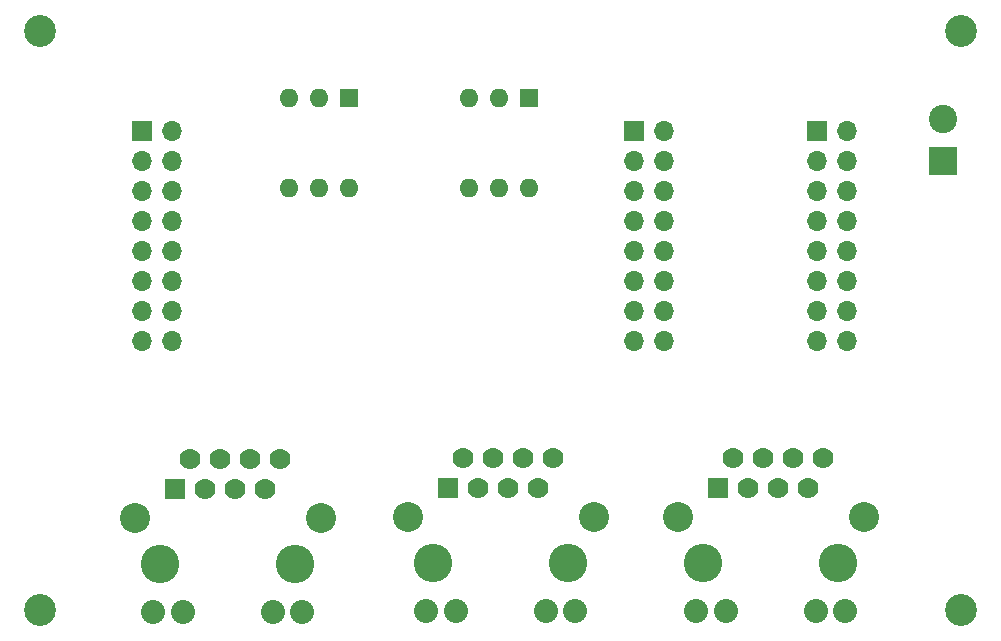
<source format=gbs>
%TF.GenerationSoftware,KiCad,Pcbnew,(6.0.1)*%
%TF.CreationDate,2022-11-09T22:58:21+01:00*%
%TF.ProjectId,stepgen_differential_bob,73746570-6765-46e5-9f64-696666657265,rev?*%
%TF.SameCoordinates,Original*%
%TF.FileFunction,Soldermask,Bot*%
%TF.FilePolarity,Negative*%
%FSLAX46Y46*%
G04 Gerber Fmt 4.6, Leading zero omitted, Abs format (unit mm)*
G04 Created by KiCad (PCBNEW (6.0.1)) date 2022-11-09 22:58:21*
%MOMM*%
%LPD*%
G01*
G04 APERTURE LIST*
%ADD10C,2.700000*%
%ADD11R,1.700000X1.700000*%
%ADD12O,1.700000X1.700000*%
%ADD13R,2.400000X2.400000*%
%ADD14C,2.400000*%
%ADD15R,1.600000X1.600000*%
%ADD16O,1.600000X1.600000*%
%ADD17C,3.251200*%
%ADD18R,1.778000X1.778000*%
%ADD19C,1.778000*%
%ADD20C,2.032000*%
%ADD21C,2.540000*%
G04 APERTURE END LIST*
D10*
%TO.C,Hole4*%
X3500000Y-52500000D03*
%TD*%
D11*
%TO.C,J2*%
X53843000Y-11953000D03*
D12*
X56383000Y-11953000D03*
X53843000Y-14493000D03*
X56383000Y-14493000D03*
X53843000Y-17033000D03*
X56383000Y-17033000D03*
X53843000Y-19573000D03*
X56383000Y-19573000D03*
X53843000Y-22113000D03*
X56383000Y-22113000D03*
X53843000Y-24653000D03*
X56383000Y-24653000D03*
X53843000Y-27193000D03*
X56383000Y-27193000D03*
X53843000Y-29733000D03*
X56383000Y-29733000D03*
%TD*%
D13*
%TO.C,J4*%
X80010000Y-14478000D03*
D14*
X80010000Y-10978000D03*
%TD*%
D11*
%TO.C,J3*%
X12187000Y-11953000D03*
D12*
X14727000Y-11953000D03*
X12187000Y-14493000D03*
X14727000Y-14493000D03*
X12187000Y-17033000D03*
X14727000Y-17033000D03*
X12187000Y-19573000D03*
X14727000Y-19573000D03*
X12187000Y-22113000D03*
X14727000Y-22113000D03*
X12187000Y-24653000D03*
X14727000Y-24653000D03*
X12187000Y-27193000D03*
X14727000Y-27193000D03*
X12187000Y-29733000D03*
X14727000Y-29733000D03*
%TD*%
D11*
%TO.C,J1*%
X69337000Y-11953000D03*
D12*
X71877000Y-11953000D03*
X69337000Y-14493000D03*
X71877000Y-14493000D03*
X69337000Y-17033000D03*
X71877000Y-17033000D03*
X69337000Y-19573000D03*
X71877000Y-19573000D03*
X69337000Y-22113000D03*
X71877000Y-22113000D03*
X69337000Y-24653000D03*
X71877000Y-24653000D03*
X69337000Y-27193000D03*
X71877000Y-27193000D03*
X69337000Y-29733000D03*
X71877000Y-29733000D03*
%TD*%
D10*
%TO.C,Hole1*%
X81500000Y-52500000D03*
%TD*%
%TO.C,Hole3*%
X3500000Y-3500000D03*
%TD*%
D15*
%TO.C,SW1*%
X44958000Y-9144000D03*
D16*
X42418000Y-9144000D03*
X39878000Y-9144000D03*
X39878000Y-16764000D03*
X42418000Y-16764000D03*
X44958000Y-16764000D03*
%TD*%
D17*
%TO.C,J7*%
X13716000Y-48591000D03*
X25146000Y-48591000D03*
D18*
X14986000Y-42241000D03*
D19*
X16256000Y-39701000D03*
X17526000Y-42241000D03*
X18796000Y-39701000D03*
X20066000Y-42241000D03*
X21336000Y-39701000D03*
X22606000Y-42241000D03*
X23876000Y-39701000D03*
D20*
X25730200Y-52705800D03*
X23215600Y-52705800D03*
X15621000Y-52705800D03*
X13106400Y-52705800D03*
D21*
X11557000Y-44704800D03*
X27305000Y-44704800D03*
%TD*%
D10*
%TO.C,Hole2*%
X81500000Y-3500000D03*
%TD*%
D17*
%TO.C,J5*%
X71120000Y-48514000D03*
X59690000Y-48514000D03*
D18*
X60960000Y-42164000D03*
D19*
X62230000Y-39624000D03*
X63500000Y-42164000D03*
X64770000Y-39624000D03*
X66040000Y-42164000D03*
X67310000Y-39624000D03*
X68580000Y-42164000D03*
X69850000Y-39624000D03*
D20*
X71704200Y-52628800D03*
X69189600Y-52628800D03*
X61595000Y-52628800D03*
X59080400Y-52628800D03*
D21*
X73279000Y-44627800D03*
X57531000Y-44627800D03*
%TD*%
D17*
%TO.C,J6*%
X36830000Y-48514000D03*
X48260000Y-48514000D03*
D18*
X38100000Y-42164000D03*
D19*
X39370000Y-39624000D03*
X40640000Y-42164000D03*
X41910000Y-39624000D03*
X43180000Y-42164000D03*
X44450000Y-39624000D03*
X45720000Y-42164000D03*
X46990000Y-39624000D03*
D20*
X48844200Y-52628800D03*
X46329600Y-52628800D03*
X38735000Y-52628800D03*
X36220400Y-52628800D03*
D21*
X34671000Y-44627800D03*
X50419000Y-44627800D03*
%TD*%
D15*
%TO.C,SW2*%
X29718000Y-9154000D03*
D16*
X27178000Y-9154000D03*
X24638000Y-9154000D03*
X24638000Y-16774000D03*
X27178000Y-16774000D03*
X29718000Y-16774000D03*
%TD*%
M02*

</source>
